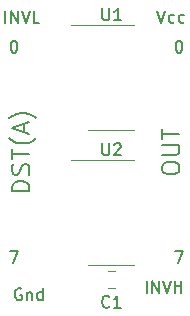
<source format=gbr>
G04 #@! TF.GenerationSoftware,KiCad,Pcbnew,(5.1.8)-1*
G04 #@! TF.CreationDate,2023-07-12T22:59:16+03:00*
G04 #@! TF.ProjectId,INV,494e562e-6b69-4636-9164-5f7063625858,rev?*
G04 #@! TF.SameCoordinates,PX48ab840PY2455c20*
G04 #@! TF.FileFunction,Legend,Top*
G04 #@! TF.FilePolarity,Positive*
%FSLAX46Y46*%
G04 Gerber Fmt 4.6, Leading zero omitted, Abs format (unit mm)*
G04 Created by KiCad (PCBNEW (5.1.8)-1) date 2023-07-12 22:59:16*
%MOMM*%
%LPD*%
G01*
G04 APERTURE LIST*
%ADD10C,0.150000*%
%ADD11C,0.200000*%
%ADD12C,0.120000*%
G04 APERTURE END LIST*
D10*
X15668809Y-25852380D02*
X15668809Y-24852380D01*
X16145000Y-25852380D02*
X16145000Y-24852380D01*
X16716428Y-25852380D01*
X16716428Y-24852380D01*
X17049761Y-24852380D02*
X17383095Y-25852380D01*
X17716428Y-24852380D01*
X18049761Y-25852380D02*
X18049761Y-24852380D01*
X18049761Y-25328571D02*
X18621190Y-25328571D01*
X18621190Y-25852380D02*
X18621190Y-24852380D01*
X3722857Y-2992380D02*
X3722857Y-1992380D01*
X4199047Y-2992380D02*
X4199047Y-1992380D01*
X4770476Y-2992380D01*
X4770476Y-1992380D01*
X5103809Y-1992380D02*
X5437142Y-2992380D01*
X5770476Y-1992380D01*
X6580000Y-2992380D02*
X6103809Y-2992380D01*
X6103809Y-1992380D01*
X18081666Y-22312380D02*
X18748333Y-22312380D01*
X18319761Y-23312380D01*
X18367380Y-4532380D02*
X18462619Y-4532380D01*
X18557857Y-4580000D01*
X18605476Y-4627619D01*
X18653095Y-4722857D01*
X18700714Y-4913333D01*
X18700714Y-5151428D01*
X18653095Y-5341904D01*
X18605476Y-5437142D01*
X18557857Y-5484761D01*
X18462619Y-5532380D01*
X18367380Y-5532380D01*
X18272142Y-5484761D01*
X18224523Y-5437142D01*
X18176904Y-5341904D01*
X18129285Y-5151428D01*
X18129285Y-4913333D01*
X18176904Y-4722857D01*
X18224523Y-4627619D01*
X18272142Y-4580000D01*
X18367380Y-4532380D01*
X4111666Y-22312380D02*
X4778333Y-22312380D01*
X4349761Y-23312380D01*
X4397380Y-4532380D02*
X4492619Y-4532380D01*
X4587857Y-4580000D01*
X4635476Y-4627619D01*
X4683095Y-4722857D01*
X4730714Y-4913333D01*
X4730714Y-5151428D01*
X4683095Y-5341904D01*
X4635476Y-5437142D01*
X4587857Y-5484761D01*
X4492619Y-5532380D01*
X4397380Y-5532380D01*
X4302142Y-5484761D01*
X4254523Y-5437142D01*
X4206904Y-5341904D01*
X4159285Y-5151428D01*
X4159285Y-4913333D01*
X4206904Y-4722857D01*
X4254523Y-4627619D01*
X4302142Y-4580000D01*
X4397380Y-4532380D01*
D11*
X16958571Y-15470000D02*
X16958571Y-15184285D01*
X17030000Y-15041428D01*
X17172857Y-14898571D01*
X17458571Y-14827142D01*
X17958571Y-14827142D01*
X18244285Y-14898571D01*
X18387142Y-15041428D01*
X18458571Y-15184285D01*
X18458571Y-15470000D01*
X18387142Y-15612857D01*
X18244285Y-15755714D01*
X17958571Y-15827142D01*
X17458571Y-15827142D01*
X17172857Y-15755714D01*
X17030000Y-15612857D01*
X16958571Y-15470000D01*
X16958571Y-14184285D02*
X18172857Y-14184285D01*
X18315714Y-14112857D01*
X18387142Y-14041428D01*
X18458571Y-13898571D01*
X18458571Y-13612857D01*
X18387142Y-13470000D01*
X18315714Y-13398571D01*
X18172857Y-13327142D01*
X16958571Y-13327142D01*
X16958571Y-12827142D02*
X16958571Y-11970000D01*
X18458571Y-12398571D02*
X16958571Y-12398571D01*
X5758571Y-17291428D02*
X4258571Y-17291428D01*
X4258571Y-16934285D01*
X4330000Y-16720000D01*
X4472857Y-16577142D01*
X4615714Y-16505714D01*
X4901428Y-16434285D01*
X5115714Y-16434285D01*
X5401428Y-16505714D01*
X5544285Y-16577142D01*
X5687142Y-16720000D01*
X5758571Y-16934285D01*
X5758571Y-17291428D01*
X5687142Y-15862857D02*
X5758571Y-15648571D01*
X5758571Y-15291428D01*
X5687142Y-15148571D01*
X5615714Y-15077142D01*
X5472857Y-15005714D01*
X5330000Y-15005714D01*
X5187142Y-15077142D01*
X5115714Y-15148571D01*
X5044285Y-15291428D01*
X4972857Y-15577142D01*
X4901428Y-15720000D01*
X4830000Y-15791428D01*
X4687142Y-15862857D01*
X4544285Y-15862857D01*
X4401428Y-15791428D01*
X4330000Y-15720000D01*
X4258571Y-15577142D01*
X4258571Y-15220000D01*
X4330000Y-15005714D01*
X4258571Y-14577142D02*
X4258571Y-13720000D01*
X5758571Y-14148571D02*
X4258571Y-14148571D01*
X6330000Y-12791428D02*
X6258571Y-12862857D01*
X6044285Y-13005714D01*
X5901428Y-13077142D01*
X5687142Y-13148571D01*
X5330000Y-13220000D01*
X5044285Y-13220000D01*
X4687142Y-13148571D01*
X4472857Y-13077142D01*
X4330000Y-13005714D01*
X4115714Y-12862857D01*
X4044285Y-12791428D01*
X5330000Y-12291428D02*
X5330000Y-11577142D01*
X5758571Y-12434285D02*
X4258571Y-11934285D01*
X5758571Y-11434285D01*
X6330000Y-11077142D02*
X6258571Y-11005714D01*
X6044285Y-10862857D01*
X5901428Y-10791428D01*
X5687142Y-10720000D01*
X5330000Y-10648571D01*
X5044285Y-10648571D01*
X4687142Y-10720000D01*
X4472857Y-10791428D01*
X4330000Y-10862857D01*
X4115714Y-11005714D01*
X4044285Y-11077142D01*
D10*
X5072142Y-25535000D02*
X4976904Y-25487380D01*
X4834047Y-25487380D01*
X4691190Y-25535000D01*
X4595952Y-25630238D01*
X4548333Y-25725476D01*
X4500714Y-25915952D01*
X4500714Y-26058809D01*
X4548333Y-26249285D01*
X4595952Y-26344523D01*
X4691190Y-26439761D01*
X4834047Y-26487380D01*
X4929285Y-26487380D01*
X5072142Y-26439761D01*
X5119761Y-26392142D01*
X5119761Y-26058809D01*
X4929285Y-26058809D01*
X5548333Y-25820714D02*
X5548333Y-26487380D01*
X5548333Y-25915952D02*
X5595952Y-25868333D01*
X5691190Y-25820714D01*
X5834047Y-25820714D01*
X5929285Y-25868333D01*
X5976904Y-25963571D01*
X5976904Y-26487380D01*
X6881666Y-26487380D02*
X6881666Y-25487380D01*
X6881666Y-26439761D02*
X6786428Y-26487380D01*
X6595952Y-26487380D01*
X6500714Y-26439761D01*
X6453095Y-26392142D01*
X6405476Y-26296904D01*
X6405476Y-26011190D01*
X6453095Y-25915952D01*
X6500714Y-25868333D01*
X6595952Y-25820714D01*
X6786428Y-25820714D01*
X6881666Y-25868333D01*
X16589523Y-1992380D02*
X16922857Y-2992380D01*
X17256190Y-1992380D01*
X18018095Y-2944761D02*
X17922857Y-2992380D01*
X17732380Y-2992380D01*
X17637142Y-2944761D01*
X17589523Y-2897142D01*
X17541904Y-2801904D01*
X17541904Y-2516190D01*
X17589523Y-2420952D01*
X17637142Y-2373333D01*
X17732380Y-2325714D01*
X17922857Y-2325714D01*
X18018095Y-2373333D01*
X18875238Y-2944761D02*
X18780000Y-2992380D01*
X18589523Y-2992380D01*
X18494285Y-2944761D01*
X18446666Y-2897142D01*
X18399047Y-2801904D01*
X18399047Y-2516190D01*
X18446666Y-2420952D01*
X18494285Y-2373333D01*
X18589523Y-2325714D01*
X18780000Y-2325714D01*
X18875238Y-2373333D01*
D12*
X12961252Y-24030000D02*
X12438748Y-24030000D01*
X12961252Y-25500000D02*
X12438748Y-25500000D01*
X12700000Y-3185000D02*
X9250000Y-3185000D01*
X12700000Y-3185000D02*
X14650000Y-3185000D01*
X12700000Y-12055000D02*
X10750000Y-12055000D01*
X12700000Y-12055000D02*
X14650000Y-12055000D01*
X12700000Y-23485000D02*
X14650000Y-23485000D01*
X12700000Y-23485000D02*
X10750000Y-23485000D01*
X12700000Y-14615000D02*
X14650000Y-14615000D01*
X12700000Y-14615000D02*
X9250000Y-14615000D01*
D10*
X12533333Y-27027142D02*
X12485714Y-27074761D01*
X12342857Y-27122380D01*
X12247619Y-27122380D01*
X12104761Y-27074761D01*
X12009523Y-26979523D01*
X11961904Y-26884285D01*
X11914285Y-26693809D01*
X11914285Y-26550952D01*
X11961904Y-26360476D01*
X12009523Y-26265238D01*
X12104761Y-26170000D01*
X12247619Y-26122380D01*
X12342857Y-26122380D01*
X12485714Y-26170000D01*
X12533333Y-26217619D01*
X13485714Y-27122380D02*
X12914285Y-27122380D01*
X13200000Y-27122380D02*
X13200000Y-26122380D01*
X13104761Y-26265238D01*
X13009523Y-26360476D01*
X12914285Y-26408095D01*
X11938095Y-1792380D02*
X11938095Y-2601904D01*
X11985714Y-2697142D01*
X12033333Y-2744761D01*
X12128571Y-2792380D01*
X12319047Y-2792380D01*
X12414285Y-2744761D01*
X12461904Y-2697142D01*
X12509523Y-2601904D01*
X12509523Y-1792380D01*
X13509523Y-2792380D02*
X12938095Y-2792380D01*
X13223809Y-2792380D02*
X13223809Y-1792380D01*
X13128571Y-1935238D01*
X13033333Y-2030476D01*
X12938095Y-2078095D01*
X11938095Y-13222380D02*
X11938095Y-14031904D01*
X11985714Y-14127142D01*
X12033333Y-14174761D01*
X12128571Y-14222380D01*
X12319047Y-14222380D01*
X12414285Y-14174761D01*
X12461904Y-14127142D01*
X12509523Y-14031904D01*
X12509523Y-13222380D01*
X12938095Y-13317619D02*
X12985714Y-13270000D01*
X13080952Y-13222380D01*
X13319047Y-13222380D01*
X13414285Y-13270000D01*
X13461904Y-13317619D01*
X13509523Y-13412857D01*
X13509523Y-13508095D01*
X13461904Y-13650952D01*
X12890476Y-14222380D01*
X13509523Y-14222380D01*
M02*

</source>
